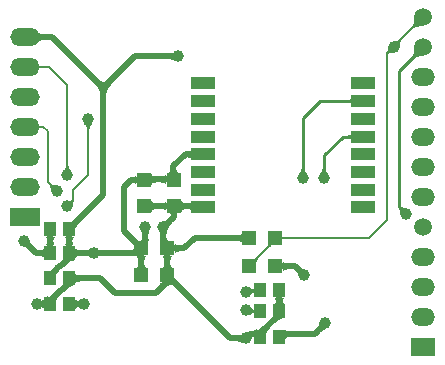
<source format=gbl>
G04 Layer_Physical_Order=2*
G04 Layer_Color=16711680*
%FSLAX43Y43*%
%MOMM*%
G71*
G01*
G75*
%ADD12R,1.000X1.300*%
%ADD16R,1.250X1.300*%
%ADD17C,0.254*%
%ADD18C,0.200*%
%ADD19C,0.300*%
%ADD20C,0.500*%
%ADD21C,1.500*%
%ADD22O,2.000X1.500*%
%ADD23R,2.000X1.500*%
%ADD24O,2.500X1.500*%
%ADD25R,2.500X1.500*%
%ADD26C,1.000*%
%ADD27R,2.000X1.000*%
%ADD28R,1.300X1.250*%
G36*
X3148Y8771D02*
X3143Y8818D01*
X3128Y8861D01*
X3103Y8899D01*
X3068Y8931D01*
X3023Y8958D01*
X2968Y8981D01*
X2903Y8998D01*
X2828Y9011D01*
X2743Y9019D01*
X2648Y9021D01*
Y9521D01*
X2743Y9524D01*
X2828Y9531D01*
X2903Y9543D01*
X2968Y9561D01*
X3023Y9583D01*
X3068Y9611D01*
X3103Y9644D01*
X3128Y9681D01*
X3143Y9724D01*
X3148Y9771D01*
Y8771D01*
D02*
G37*
G36*
X21253Y8750D02*
X21215Y8710D01*
X21154Y8638D01*
X21132Y8606D01*
X21115Y8576D01*
X21104Y8549D01*
X21098Y8525D01*
X21097Y8503D01*
X21102Y8484D01*
X21112Y8467D01*
X20854Y8775D01*
X20869Y8763D01*
X20886Y8756D01*
X20907Y8755D01*
X20930Y8761D01*
X20957Y8772D01*
X20987Y8789D01*
X21020Y8812D01*
X21056Y8841D01*
X21137Y8916D01*
X21253Y8750D01*
D02*
G37*
G36*
X7009Y8921D02*
X6988Y8940D01*
X6963Y8957D01*
X6934Y8972D01*
X6902Y8985D01*
X6866Y8996D01*
X6827Y9005D01*
X6784Y9012D01*
X6737Y9017D01*
X6633Y9021D01*
Y9521D01*
X6687Y9522D01*
X6784Y9530D01*
X6827Y9537D01*
X6866Y9546D01*
X6902Y9557D01*
X6934Y9570D01*
X6963Y9585D01*
X6988Y9602D01*
X7009Y9621D01*
Y8921D01*
D02*
G37*
G36*
X5744Y9724D02*
X5759Y9681D01*
X5784Y9644D01*
X5819Y9611D01*
X5865Y9583D01*
X5920Y9561D01*
X5985Y9543D01*
X6061Y9531D01*
X6146Y9524D01*
X6242Y9521D01*
Y9021D01*
X6146Y9019D01*
X6061Y9011D01*
X5985Y8998D01*
X5920Y8981D01*
X5865Y8958D01*
X5819Y8931D01*
X5784Y8899D01*
X5759Y8861D01*
X5744Y8818D01*
X5739Y8771D01*
Y9771D01*
X5744Y9724D01*
D02*
G37*
G36*
X11799Y9003D02*
X11756Y8988D01*
X11719Y8963D01*
X11686Y8928D01*
X11658Y8882D01*
X11636Y8827D01*
X11618Y8762D01*
X11606Y8686D01*
X11599Y8601D01*
X11596Y8509D01*
X11599Y8417D01*
X11606Y8332D01*
X11618Y8256D01*
X11636Y8191D01*
X11658Y8136D01*
X11686Y8090D01*
X11719Y8055D01*
X11756Y8030D01*
X11799Y8015D01*
X11846Y8010D01*
X10846D01*
X10894Y8015D01*
X10936Y8030D01*
X10974Y8055D01*
X11006Y8090D01*
X11033Y8136D01*
X11056Y8191D01*
X11073Y8256D01*
X11086Y8332D01*
X11094Y8417D01*
X11096Y8509D01*
X11094Y8601D01*
X11086Y8686D01*
X11073Y8762D01*
X11056Y8827D01*
X11033Y8882D01*
X11006Y8928D01*
X10974Y8963D01*
X10936Y8988D01*
X10894Y9003D01*
X10846Y9008D01*
X11846D01*
X11799Y9003D01*
D02*
G37*
G36*
X23317Y8580D02*
X23332Y8538D01*
X23357Y8500D01*
X23392Y8468D01*
X23437Y8441D01*
X23492Y8418D01*
X23557Y8401D01*
X23632Y8388D01*
X23717Y8380D01*
X23812Y8378D01*
Y7878D01*
X23717Y7876D01*
X23632Y7868D01*
X23557Y7856D01*
X23492Y7838D01*
X23437Y7815D01*
X23392Y7788D01*
X23357Y7755D01*
X23332Y7718D01*
X23317Y7675D01*
X23312Y7628D01*
Y8628D01*
X23317Y8580D01*
D02*
G37*
G36*
X5648Y8627D02*
X5601Y8646D01*
X5548Y8654D01*
X5491Y8648D01*
X5428Y8631D01*
X5360Y8602D01*
X5286Y8560D01*
X5208Y8506D01*
X5124Y8440D01*
X5035Y8361D01*
X4941Y8271D01*
X4406Y8443D01*
X4512Y8552D01*
X4676Y8744D01*
X4734Y8827D01*
X4777Y8901D01*
X4803Y8966D01*
X4814Y9022D01*
X4809Y9070D01*
X4788Y9108D01*
X4751Y9138D01*
X5648Y8627D01*
D02*
G37*
G36*
X13998Y9003D02*
X13956Y8988D01*
X13918Y8963D01*
X13886Y8928D01*
X13858Y8882D01*
X13836Y8827D01*
X13818Y8762D01*
X13806Y8686D01*
X13799Y8601D01*
X13796Y8509D01*
X13799Y8417D01*
X13806Y8332D01*
X13818Y8256D01*
X13836Y8191D01*
X13858Y8136D01*
X13886Y8090D01*
X13918Y8055D01*
X13956Y8030D01*
X13998Y8015D01*
X14046Y8010D01*
X13046D01*
X13094Y8015D01*
X13136Y8030D01*
X13174Y8055D01*
X13206Y8090D01*
X13233Y8136D01*
X13256Y8191D01*
X13274Y8256D01*
X13286Y8332D01*
X13293Y8417D01*
X13296Y8509D01*
X13293Y8601D01*
X13286Y8686D01*
X13274Y8762D01*
X13256Y8827D01*
X13233Y8882D01*
X13206Y8928D01*
X13174Y8963D01*
X13136Y8988D01*
X13094Y9003D01*
X13046Y9008D01*
X14046D01*
X13998Y9003D01*
D02*
G37*
G36*
X4095Y10651D02*
X4053Y10636D01*
X4016Y10611D01*
X3984Y10576D01*
X3957Y10531D01*
X3935Y10476D01*
X3917Y10411D01*
X3905Y10336D01*
X3901Y10287D01*
X3905Y10238D01*
X3917Y10163D01*
X3935Y10098D01*
X3957Y10043D01*
X3984Y9998D01*
X4016Y9963D01*
X4053Y9938D01*
X4095Y9923D01*
X4142Y9918D01*
X3148D01*
X3195Y9923D01*
X3237Y9938D01*
X3274Y9963D01*
X3306Y9998D01*
X3333Y10043D01*
X3355Y10098D01*
X3373Y10163D01*
X3385Y10238D01*
X3389Y10287D01*
X3385Y10336D01*
X3373Y10411D01*
X3355Y10476D01*
X3333Y10531D01*
X3306Y10576D01*
X3274Y10611D01*
X3237Y10636D01*
X3195Y10651D01*
X3148Y10656D01*
X4142D01*
X4095Y10651D01*
D02*
G37*
G36*
X22511Y9895D02*
X22483Y9891D01*
X22455Y9884D01*
X22427Y9874D01*
X22399Y9861D01*
X22370Y9845D01*
X22342Y9826D01*
X22313Y9804D01*
X22285Y9780D01*
X22256Y9753D01*
X21973D01*
X21991Y9771D01*
X22034Y9821D01*
X22044Y9835D01*
X22053Y9849D01*
X22060Y9862D01*
X22064Y9873D01*
X22067Y9884D01*
X22068Y9894D01*
X22539Y9897D01*
X22511Y9895D01*
D02*
G37*
G36*
X19871Y10041D02*
X19866Y10089D01*
X19851Y10131D01*
X19826Y10168D01*
X19791Y10201D01*
X19745Y10229D01*
X19690Y10251D01*
X19625Y10269D01*
X19549Y10281D01*
X19464Y10288D01*
X19368Y10291D01*
Y10791D01*
X19464Y10793D01*
X19549Y10801D01*
X19625Y10814D01*
X19690Y10831D01*
X19745Y10854D01*
X19791Y10881D01*
X19826Y10913D01*
X19851Y10951D01*
X19866Y10993D01*
X19871Y11041D01*
Y10041D01*
D02*
G37*
G36*
X5695Y10651D02*
X5653Y10636D01*
X5616Y10611D01*
X5584Y10576D01*
X5557Y10531D01*
X5535Y10476D01*
X5517Y10411D01*
X5505Y10336D01*
X5501Y10287D01*
X5505Y10238D01*
X5517Y10163D01*
X5535Y10098D01*
X5557Y10043D01*
X5584Y9998D01*
X5616Y9963D01*
X5653Y9938D01*
X5695Y9923D01*
X5742Y9918D01*
X4748D01*
X4795Y9923D01*
X4837Y9938D01*
X4874Y9963D01*
X4906Y9998D01*
X4933Y10043D01*
X4955Y10098D01*
X4973Y10163D01*
X4985Y10238D01*
X4989Y10287D01*
X4985Y10336D01*
X4973Y10411D01*
X4955Y10476D01*
X4933Y10531D01*
X4906Y10576D01*
X4874Y10611D01*
X4837Y10636D01*
X4795Y10651D01*
X4748Y10656D01*
X5742D01*
X5695Y10651D01*
D02*
G37*
G36*
X10724Y9005D02*
X10719Y9008D01*
X10704Y9011D01*
X10679Y9013D01*
X10544Y9018D01*
X10224Y9021D01*
Y9521D01*
X10319Y9524D01*
X10404Y9531D01*
X10479Y9543D01*
X10544Y9561D01*
X10599Y9583D01*
X10644Y9611D01*
X10679Y9644D01*
X10704Y9681D01*
X10719Y9724D01*
X10724Y9771D01*
Y9005D01*
D02*
G37*
G36*
X7744Y9602D02*
X7769Y9585D01*
X7798Y9570D01*
X7830Y9557D01*
X7866Y9546D01*
X7905Y9537D01*
X7948Y9530D01*
X7995Y9525D01*
X8099Y9521D01*
Y9021D01*
X8045Y9020D01*
X7948Y9012D01*
X7905Y9005D01*
X7866Y8996D01*
X7830Y8985D01*
X7798Y8972D01*
X7769Y8957D01*
X7744Y8940D01*
X7723Y8921D01*
Y9621D01*
X7744Y9602D01*
D02*
G37*
G36*
X1899Y10253D02*
X1904Y10224D01*
X1914Y10193D01*
X1928Y10161D01*
X1945Y10128D01*
X1967Y10094D01*
X1992Y10058D01*
X2021Y10022D01*
X2092Y9945D01*
X1739Y9592D01*
X1700Y9629D01*
X1626Y9692D01*
X1590Y9717D01*
X1556Y9739D01*
X1523Y9756D01*
X1491Y9770D01*
X1460Y9780D01*
X1431Y9785D01*
X1402Y9787D01*
X1897Y10282D01*
X1899Y10253D01*
D02*
G37*
G36*
X14170Y10104D02*
X14185Y10062D01*
X14210Y10024D01*
X14245Y9992D01*
X14291Y9965D01*
X14346Y9942D01*
X14411Y9925D01*
X14487Y9912D01*
X14572Y9905D01*
X14668Y9902D01*
Y9402D01*
X14572Y9399D01*
X14487Y9392D01*
X14411Y9380D01*
X14346Y9362D01*
X14291Y9340D01*
X14245Y9312D01*
X14210Y9280D01*
X14185Y9242D01*
X14170Y9200D01*
X14165Y9152D01*
Y10152D01*
X14170Y10104D01*
D02*
G37*
G36*
X23348Y3674D02*
X23304Y3697D01*
X23255Y3707D01*
X23199Y3704D01*
X23137Y3688D01*
X23069Y3659D01*
X22996Y3616D01*
X22916Y3561D01*
X22830Y3493D01*
X22739Y3412D01*
X22641Y3318D01*
X22174Y3558D01*
X22279Y3666D01*
X22442Y3857D01*
X22500Y3940D01*
X22544Y4015D01*
X22572Y4082D01*
X22584Y4140D01*
X22582Y4190D01*
X22564Y4232D01*
X22531Y4265D01*
X23348Y3674D01*
D02*
G37*
G36*
X22276Y2952D02*
X22170Y2843D01*
X22005Y2650D01*
X21946Y2566D01*
X21902Y2491D01*
X21874Y2425D01*
X21862Y2367D01*
X21865Y2318D01*
X21884Y2277D01*
X21919Y2245D01*
X21069Y2803D01*
X21114Y2781D01*
X21165Y2773D01*
X21221Y2777D01*
X21283Y2793D01*
X21351Y2823D01*
X21425Y2865D01*
X21504Y2919D01*
X21589Y2987D01*
X21679Y3067D01*
X21776Y3159D01*
X22276Y2952D01*
D02*
G37*
G36*
X5744Y5405D02*
X5759Y5363D01*
X5784Y5326D01*
X5819Y5293D01*
X5865Y5266D01*
X5920Y5243D01*
X5976Y5228D01*
X5977Y5228D01*
X6013Y5239D01*
X6045Y5252D01*
X6074Y5267D01*
X6099Y5284D01*
X6120Y5303D01*
Y5208D01*
X6146Y5206D01*
X6242Y5203D01*
Y4703D01*
X6146Y4701D01*
X6120Y4698D01*
Y4603D01*
X6099Y4622D01*
X6074Y4639D01*
X6045Y4654D01*
X6013Y4667D01*
X5977Y4678D01*
X5976Y4678D01*
X5920Y4663D01*
X5865Y4641D01*
X5819Y4613D01*
X5784Y4581D01*
X5759Y4543D01*
X5744Y4501D01*
X5739Y4453D01*
Y5453D01*
X5744Y5405D01*
D02*
G37*
G36*
X20659Y4641D02*
X20692Y4594D01*
X20726Y4553D01*
X20761Y4517D01*
X20797Y4487D01*
X20834Y4462D01*
X20872Y4443D01*
X20875Y4442D01*
X20878Y4443D01*
X20896Y4454D01*
X20910Y4467D01*
X20920Y4482D01*
X20926Y4499D01*
X20928Y4518D01*
Y4425D01*
X20951Y4421D01*
X20992Y4418D01*
X20938Y4218D01*
X20928Y4217D01*
Y4118D01*
X20926Y4137D01*
X20920Y4154D01*
X20910Y4169D01*
X20896Y4182D01*
X20878Y4193D01*
X20856Y4202D01*
X20848Y4204D01*
X20831Y4200D01*
X20788Y4186D01*
X20741Y4167D01*
X20636Y4119D01*
X20515Y4054D01*
X20449Y4016D01*
X20627Y4693D01*
X20659Y4641D01*
D02*
G37*
G36*
X23527Y2779D02*
X23542Y2754D01*
X23567Y2733D01*
X23602Y2714D01*
X23647Y2699D01*
X23702Y2686D01*
X23767Y2676D01*
X23842Y2669D01*
X24022Y2663D01*
Y2163D01*
X23927Y2161D01*
X23841Y2153D01*
X23766Y2141D01*
X23700Y2123D01*
X23645Y2101D01*
X23600Y2073D01*
X23565Y2040D01*
X23539Y2003D01*
X23524Y1961D01*
X23519Y1913D01*
X23522Y2806D01*
X23527Y2779D01*
D02*
G37*
G36*
X19836Y1682D02*
X19815Y1701D01*
X19790Y1718D01*
X19761Y1733D01*
X19729Y1746D01*
X19693Y1757D01*
X19654Y1766D01*
X19611Y1773D01*
X19564Y1778D01*
X19460Y1782D01*
Y2282D01*
X19514Y2283D01*
X19611Y2291D01*
X19654Y2298D01*
X19693Y2307D01*
X19729Y2318D01*
X19761Y2331D01*
X19790Y2346D01*
X19815Y2363D01*
X19836Y2382D01*
Y1682D01*
D02*
G37*
G36*
X26919Y2802D02*
X26890Y2800D01*
X26861Y2795D01*
X26830Y2785D01*
X26798Y2771D01*
X26765Y2754D01*
X26731Y2732D01*
X26695Y2707D01*
X26659Y2678D01*
X26582Y2607D01*
X26229Y2960D01*
X26266Y2999D01*
X26329Y3073D01*
X26354Y3109D01*
X26376Y3143D01*
X26393Y3176D01*
X26407Y3208D01*
X26417Y3239D01*
X26422Y3268D01*
X26424Y3297D01*
X26919Y2802D01*
D02*
G37*
G36*
X20928Y2059D02*
X20925Y2079D01*
X20914Y2096D01*
X20896Y2112D01*
X20871Y2126D01*
X20840Y2137D01*
X20801Y2146D01*
X20755Y2154D01*
X20701Y2159D01*
X20574Y2163D01*
Y2663D01*
X20641Y2664D01*
X20755Y2672D01*
X20801Y2680D01*
X20840Y2689D01*
X20871Y2700D01*
X20896Y2714D01*
X20914Y2730D01*
X20925Y2747D01*
X20928Y2767D01*
Y2059D01*
D02*
G37*
G36*
X5648Y6468D02*
X5601Y6487D01*
X5548Y6495D01*
X5491Y6489D01*
X5428Y6472D01*
X5360Y6443D01*
X5286Y6401D01*
X5208Y6347D01*
X5124Y6281D01*
X5035Y6202D01*
X4941Y6111D01*
X4406Y6284D01*
X4512Y6393D01*
X4676Y6585D01*
X4734Y6668D01*
X4777Y6742D01*
X4803Y6807D01*
X4814Y6863D01*
X4809Y6911D01*
X4788Y6949D01*
X4751Y6979D01*
X5648Y6468D01*
D02*
G37*
G36*
X14138Y7411D02*
X14125Y7365D01*
X14126Y7311D01*
X14141Y7251D01*
X14170Y7184D01*
X14212Y7109D01*
X14269Y7028D01*
X14339Y6941D01*
X14522Y6744D01*
X14193Y6365D01*
X14089Y6466D01*
X13903Y6624D01*
X13870Y6647D01*
X13847Y6636D01*
X13760Y6588D01*
X13670Y6530D01*
X13576Y6460D01*
X13378Y6290D01*
X13273Y6189D01*
X12743Y6365D01*
X12777Y6402D01*
X12808Y6438D01*
X12835Y6473D01*
X12859Y6509D01*
X12879Y6544D01*
X12895Y6580D01*
X12908Y6615D01*
X12917Y6650D01*
X12922Y6684D01*
X12924Y6719D01*
X13752Y6721D01*
X13747Y6724D01*
X13680Y6752D01*
X13620Y6766D01*
X13568Y6766D01*
X13523Y6751D01*
X13486Y6722D01*
X14165Y7451D01*
X14138Y7411D01*
D02*
G37*
G36*
X24843Y8024D02*
X24917Y7961D01*
X24953Y7936D01*
X24987Y7914D01*
X25020Y7897D01*
X25052Y7883D01*
X25083Y7873D01*
X25112Y7868D01*
X25141Y7866D01*
X24646Y7371D01*
X24644Y7400D01*
X24639Y7429D01*
X24629Y7460D01*
X24615Y7492D01*
X24598Y7525D01*
X24576Y7559D01*
X24551Y7595D01*
X24522Y7631D01*
X24451Y7708D01*
X24804Y8061D01*
X24843Y8024D01*
D02*
G37*
G36*
X5747Y7564D02*
X5762Y7522D01*
X5787Y7484D01*
X5822Y7452D01*
X5867Y7424D01*
X5922Y7402D01*
X5987Y7385D01*
X6062Y7372D01*
X6147Y7365D01*
X6242Y7362D01*
Y6862D01*
X6147Y6859D01*
X6062Y6852D01*
X5987Y6839D01*
X5922Y6822D01*
X5867Y6799D01*
X5822Y6772D01*
X5787Y6740D01*
X5762Y6702D01*
X5747Y6660D01*
X5742Y6612D01*
Y7612D01*
X5747Y7564D01*
D02*
G37*
G36*
X3148Y5209D02*
X3169Y5207D01*
X3273Y5203D01*
Y4703D01*
X3219Y4702D01*
X3148Y4696D01*
Y4453D01*
X3143Y4501D01*
X3128Y4543D01*
X3103Y4581D01*
X3068Y4613D01*
X3023Y4641D01*
X2981Y4658D01*
X2972Y4654D01*
X2943Y4639D01*
X2918Y4622D01*
X2897Y4603D01*
Y4681D01*
X2828Y4693D01*
X2743Y4701D01*
X2648Y4703D01*
Y5203D01*
X2743Y5206D01*
X2828Y5213D01*
X2897Y5225D01*
Y5303D01*
X2918Y5284D01*
X2943Y5267D01*
X2972Y5252D01*
X2981Y5248D01*
X3023Y5266D01*
X3068Y5293D01*
X3103Y5326D01*
X3128Y5363D01*
X3143Y5405D01*
X3148Y5453D01*
Y5209D01*
D02*
G37*
G36*
X23275Y5449D02*
X23522D01*
X23475Y5444D01*
X23433Y5429D01*
X23396Y5404D01*
X23364Y5369D01*
X23337Y5324D01*
X23315Y5269D01*
X23298Y5207D01*
X23315Y5145D01*
X23337Y5090D01*
X23364Y5045D01*
X23396Y5010D01*
X23433Y4985D01*
X23475Y4970D01*
X23522Y4965D01*
X23275D01*
X23275Y4949D01*
X22775D01*
X22775Y4965D01*
X22528D01*
X22575Y4970D01*
X22617Y4985D01*
X22654Y5010D01*
X22686Y5045D01*
X22713Y5090D01*
X22735Y5145D01*
X22752Y5207D01*
X22735Y5269D01*
X22713Y5324D01*
X22686Y5369D01*
X22654Y5404D01*
X22617Y5429D01*
X22575Y5444D01*
X22528Y5449D01*
X22775D01*
X22775Y5465D01*
X23275D01*
X23275Y5449D01*
D02*
G37*
G36*
X20515Y6360D02*
X20741Y6247D01*
X20788Y6228D01*
X20831Y6214D01*
X20848Y6210D01*
X20856Y6212D01*
X20878Y6221D01*
X20896Y6232D01*
X20910Y6245D01*
X20920Y6260D01*
X20926Y6277D01*
X20928Y6296D01*
Y6197D01*
X20938Y6196D01*
X20992Y5996D01*
X20951Y5993D01*
X20928Y5989D01*
Y5896D01*
X20926Y5915D01*
X20920Y5932D01*
X20910Y5947D01*
X20896Y5960D01*
X20878Y5971D01*
X20875Y5972D01*
X20872Y5971D01*
X20834Y5952D01*
X20797Y5927D01*
X20761Y5897D01*
X20726Y5861D01*
X20692Y5820D01*
X20659Y5773D01*
X20627Y5721D01*
X20449Y6398D01*
X20515Y6360D01*
D02*
G37*
G36*
X4496Y5713D02*
X4391Y5605D01*
X4228Y5414D01*
X4170Y5331D01*
X4126Y5256D01*
X4098Y5189D01*
X4086Y5131D01*
X4088Y5081D01*
X4106Y5039D01*
X4139Y5006D01*
X3322Y5597D01*
X3366Y5574D01*
X3415Y5564D01*
X3471Y5567D01*
X3533Y5583D01*
X3601Y5612D01*
X3674Y5655D01*
X3754Y5710D01*
X3840Y5778D01*
X3931Y5859D01*
X4029Y5953D01*
X4496Y5713D01*
D02*
G37*
G36*
X2743Y20119D02*
X2750Y20102D01*
X2761Y20088D01*
X2777Y20075D01*
X2797Y20064D01*
X2822Y20055D01*
X2851Y20048D01*
X2884Y20043D01*
X2922Y20040D01*
X2965Y20039D01*
Y19839D01*
X2922Y19838D01*
X2884Y19835D01*
X2851Y19830D01*
X2822Y19823D01*
X2797Y19814D01*
X2777Y19803D01*
X2761Y19790D01*
X2750Y19776D01*
X2743Y19759D01*
X2741Y19740D01*
Y20138D01*
X2743Y20119D01*
D02*
G37*
G36*
X29105Y18868D02*
X29103Y18892D01*
X29095Y18914D01*
X29082Y18933D01*
X29064Y18949D01*
X29041Y18963D01*
X29013Y18975D01*
X28979Y18984D01*
X28941Y18990D01*
X28897Y18994D01*
X28848Y18995D01*
Y19249D01*
X28897Y19250D01*
X28941Y19254D01*
X28979Y19260D01*
X29013Y19269D01*
X29041Y19281D01*
X29064Y19295D01*
X29082Y19311D01*
X29095Y19330D01*
X29103Y19352D01*
X29105Y19376D01*
Y18868D01*
D02*
G37*
G36*
Y21868D02*
X29103Y21892D01*
X29095Y21914D01*
X29082Y21933D01*
X29064Y21949D01*
X29041Y21963D01*
X29013Y21975D01*
X28979Y21984D01*
X28941Y21990D01*
X28897Y21994D01*
X28848Y21995D01*
Y22249D01*
X28897Y22250D01*
X28941Y22254D01*
X28979Y22260D01*
X29013Y22269D01*
X29041Y22281D01*
X29064Y22295D01*
X29082Y22311D01*
X29095Y22330D01*
X29103Y22352D01*
X29105Y22376D01*
Y21868D01*
D02*
G37*
G36*
X7161Y20168D02*
X7081Y20075D01*
X7048Y20030D01*
X7021Y19986D01*
X6998Y19943D01*
X6981Y19902D01*
X6968Y19861D01*
X6960Y19822D01*
X6958Y19784D01*
X6758D01*
X6755Y19822D01*
X6748Y19861D01*
X6735Y19902D01*
X6718Y19943D01*
X6695Y19986D01*
X6668Y20030D01*
X6635Y20075D01*
X6598Y20121D01*
X6508Y20217D01*
X7208D01*
X7161Y20168D01*
D02*
G37*
G36*
X14307Y16477D02*
X14314Y16392D01*
X14326Y16316D01*
X14344Y16251D01*
X14366Y16196D01*
X14394Y16150D01*
X14427Y16115D01*
X14464Y16090D01*
X14507Y16075D01*
X14554Y16070D01*
X13554D01*
X13601Y16075D01*
X13644Y16090D01*
X13682Y16115D01*
X13714Y16150D01*
X13741Y16196D01*
X13764Y16251D01*
X13781Y16316D01*
X13794Y16392D01*
X13802Y16477D01*
X13804Y16573D01*
X14304D01*
X14307Y16477D01*
D02*
G37*
G36*
X26926Y16363D02*
X26933Y16321D01*
X26944Y16279D01*
X26960Y16237D01*
X26980Y16194D01*
X27004Y16151D01*
X27033Y16108D01*
X27067Y16065D01*
X27105Y16022D01*
X27147Y15978D01*
X26447D01*
X26489Y16022D01*
X26527Y16065D01*
X26561Y16108D01*
X26590Y16151D01*
X26614Y16194D01*
X26634Y16237D01*
X26650Y16279D01*
X26661Y16321D01*
X26668Y16363D01*
X26670Y16405D01*
X26924D01*
X26926Y16363D01*
D02*
G37*
G36*
X15602Y17125D02*
X15597Y17172D01*
X15582Y17214D01*
X15557Y17251D01*
X15522Y17283D01*
X15477Y17310D01*
X15422Y17332D01*
X15357Y17350D01*
X15282Y17362D01*
X15197Y17370D01*
X15102Y17372D01*
Y17872D01*
X15197Y17874D01*
X15282Y17882D01*
X15357Y17894D01*
X15422Y17912D01*
X15477Y17934D01*
X15522Y17961D01*
X15557Y17993D01*
X15582Y18030D01*
X15597Y18072D01*
X15602Y18119D01*
Y17125D01*
D02*
G37*
G36*
X5182Y16627D02*
X5190Y16587D01*
X5202Y16547D01*
X5220Y16506D01*
X5242Y16463D01*
X5270Y16419D01*
X5302Y16374D01*
X5340Y16328D01*
X5430Y16232D01*
X4730D01*
X4778Y16281D01*
X4858Y16374D01*
X4890Y16419D01*
X4918Y16463D01*
X4940Y16506D01*
X4957Y16547D01*
X4970Y16587D01*
X4977Y16627D01*
X4980Y16665D01*
X5180D01*
X5182Y16627D01*
D02*
G37*
G36*
X33339Y27228D02*
X33312Y27198D01*
X33290Y27164D01*
X33271Y27126D01*
X33257Y27085D01*
X33247Y27041D01*
X33240Y26993D01*
X33238Y26941D01*
X33240Y26886D01*
X33247Y26827D01*
X33257Y26765D01*
X32677Y26759D01*
X32681Y27163D01*
X32753Y27176D01*
X32939Y27223D01*
X32990Y27240D01*
X33037Y27259D01*
X33078Y27278D01*
X33114Y27299D01*
X33145Y27321D01*
X33171Y27343D01*
X33339Y27228D01*
D02*
G37*
G36*
X32671Y26179D02*
X32609Y26189D01*
X32550Y26196D01*
X32495Y26198D01*
X32443Y26196D01*
X32395Y26189D01*
X32351Y26179D01*
X32310Y26165D01*
X32272Y26146D01*
X32238Y26124D01*
X32208Y26097D01*
X32093Y26265D01*
X32115Y26291D01*
X32137Y26322D01*
X32158Y26358D01*
X32177Y26399D01*
X32196Y26446D01*
X32213Y26497D01*
X32260Y26683D01*
X32273Y26755D01*
X32677Y26759D01*
X32671Y26179D01*
D02*
G37*
G36*
X35172Y28460D02*
X35057Y28459D01*
X34853Y28448D01*
X34763Y28437D01*
X34683Y28422D01*
X34610Y28404D01*
X34546Y28382D01*
X34491Y28357D01*
X34444Y28328D01*
X34406Y28295D01*
X34264Y28437D01*
X34297Y28475D01*
X34326Y28522D01*
X34351Y28577D01*
X34373Y28641D01*
X34391Y28714D01*
X34406Y28794D01*
X34417Y28884D01*
X34428Y29088D01*
X34429Y29202D01*
X35172Y28460D01*
D02*
G37*
G36*
X2584Y28010D02*
X2604Y27968D01*
X2636Y27931D01*
X2682Y27898D01*
X2740Y27871D01*
X2812Y27849D01*
X2897Y27831D01*
X2994Y27819D01*
X3105Y27811D01*
X3229Y27809D01*
Y27309D01*
X3105Y27307D01*
X2897Y27287D01*
X2812Y27269D01*
X2740Y27247D01*
X2682Y27220D01*
X2636Y27187D01*
X2604Y27150D01*
X2584Y27108D01*
X2578Y27061D01*
Y28057D01*
X2584Y28010D01*
D02*
G37*
G36*
X2743Y25199D02*
X2750Y25182D01*
X2761Y25168D01*
X2777Y25155D01*
X2797Y25144D01*
X2822Y25135D01*
X2851Y25128D01*
X2884Y25123D01*
X2922Y25120D01*
X2965Y25119D01*
Y24919D01*
X2922Y24918D01*
X2884Y24915D01*
X2851Y24910D01*
X2822Y24903D01*
X2797Y24894D01*
X2777Y24883D01*
X2761Y24870D01*
X2750Y24856D01*
X2743Y24839D01*
X2741Y24820D01*
Y25218D01*
X2743Y25199D01*
D02*
G37*
G36*
X8732Y23491D02*
X8664Y23419D01*
X8604Y23344D01*
X8551Y23266D01*
X8505Y23185D01*
X8466Y23101D01*
X8435Y23014D01*
X8410Y22924D01*
X8392Y22832D01*
X8382Y22736D01*
X8378Y22637D01*
X7878D01*
X7874Y22736D01*
X7864Y22832D01*
X7846Y22924D01*
X7821Y23014D01*
X7790Y23101D01*
X7751Y23185D01*
X7705Y23266D01*
X7652Y23344D01*
X7592Y23419D01*
X7524Y23491D01*
X7774Y23948D01*
X7845Y23884D01*
X7916Y23835D01*
X7987Y23800D01*
X8057Y23778D01*
X8128Y23771D01*
X8199Y23778D01*
X8269Y23800D01*
X8340Y23835D01*
X8411Y23884D01*
X8482Y23948D01*
X8732Y23491D01*
D02*
G37*
G36*
X35172Y25920D02*
X35064Y25919D01*
X34871Y25906D01*
X34785Y25894D01*
X34707Y25878D01*
X34636Y25858D01*
X34573Y25834D01*
X34517Y25806D01*
X34469Y25775D01*
X34428Y25739D01*
X34248Y25919D01*
X34284Y25960D01*
X34315Y26008D01*
X34343Y26064D01*
X34367Y26127D01*
X34387Y26198D01*
X34403Y26276D01*
X34415Y26362D01*
X34428Y26555D01*
X34429Y26663D01*
X35172Y25920D01*
D02*
G37*
G36*
X14121Y25558D02*
X14100Y25577D01*
X14075Y25594D01*
X14046Y25609D01*
X14014Y25622D01*
X13978Y25633D01*
X13939Y25642D01*
X13896Y25649D01*
X13849Y25654D01*
X13745Y25658D01*
Y26158D01*
X13799Y26159D01*
X13896Y26167D01*
X13939Y26174D01*
X13978Y26183D01*
X14014Y26194D01*
X14046Y26207D01*
X14075Y26222D01*
X14100Y26239D01*
X14121Y26258D01*
Y25558D01*
D02*
G37*
G36*
X14396Y12626D02*
X14385Y12617D01*
X14376Y12601D01*
X14369Y12579D01*
X14362Y12552D01*
X14357Y12517D01*
X14352Y12477D01*
X14348Y12378D01*
X14347Y12319D01*
X13847D01*
X13846Y12378D01*
X13837Y12517D01*
X13832Y12552D01*
X13825Y12579D01*
X13818Y12601D01*
X13809Y12617D01*
X13798Y12626D01*
X13787Y12629D01*
X14407D01*
X14396Y12626D01*
D02*
G37*
G36*
X6095Y11800D02*
X6003Y11704D01*
X5856Y11529D01*
X5801Y11449D01*
X5759Y11376D01*
X5730Y11308D01*
X5713Y11246D01*
X5709Y11189D01*
X5718Y11138D01*
X5739Y11093D01*
X5185Y11947D01*
X5217Y11912D01*
X5257Y11893D01*
X5306Y11890D01*
X5364Y11902D01*
X5431Y11930D01*
X5506Y11973D01*
X5589Y12032D01*
X5682Y12107D01*
X5892Y12304D01*
X6095Y11800D01*
D02*
G37*
G36*
X12206Y13703D02*
X12221Y13661D01*
X12246Y13623D01*
X12281Y13591D01*
X12327Y13564D01*
X12382Y13541D01*
X12447Y13524D01*
X12523Y13511D01*
X12608Y13503D01*
X12704Y13501D01*
Y13001D01*
X12608Y12998D01*
X12523Y12991D01*
X12447Y12979D01*
X12382Y12961D01*
X12327Y12939D01*
X12281Y12911D01*
X12246Y12878D01*
X12221Y12841D01*
X12206Y12799D01*
X12201Y12751D01*
Y13751D01*
X12206Y13703D01*
D02*
G37*
G36*
X33349Y13189D02*
X33383Y13164D01*
X33421Y13142D01*
X33462Y13123D01*
X33506Y13107D01*
X33554Y13094D01*
X33605Y13085D01*
X33659Y13078D01*
X33716Y13074D01*
X33777Y13073D01*
X33282Y12578D01*
X33281Y12639D01*
X33277Y12696D01*
X33270Y12750D01*
X33261Y12801D01*
X33248Y12849D01*
X33232Y12893D01*
X33213Y12934D01*
X33191Y12972D01*
X33166Y13006D01*
X33138Y13037D01*
X33318Y13217D01*
X33349Y13189D01*
D02*
G37*
G36*
X13539Y11052D02*
X13522Y11027D01*
X13507Y10998D01*
X13494Y10966D01*
X13483Y10930D01*
X13474Y10891D01*
X13467Y10848D01*
X13462Y10801D01*
X13460Y10738D01*
X13460Y10704D01*
X13468Y10618D01*
X13481Y10543D01*
X13498Y10477D01*
X13521Y10422D01*
X13548Y10377D01*
X13580Y10342D01*
X13618Y10316D01*
X13660Y10301D01*
X13708Y10296D01*
X12924Y10299D01*
X12931Y10304D01*
X12936Y10319D01*
X12941Y10344D01*
X12946Y10379D01*
X12953Y10479D01*
X12957Y10746D01*
X12957Y10751D01*
X12949Y10848D01*
X12942Y10891D01*
X12933Y10930D01*
X12922Y10966D01*
X12909Y10998D01*
X12894Y11027D01*
X12877Y11052D01*
X12858Y11073D01*
X13558D01*
X13539Y11052D01*
D02*
G37*
G36*
X12015D02*
X11998Y11027D01*
X11983Y10998D01*
X11970Y10966D01*
X11959Y10930D01*
X11950Y10891D01*
X11943Y10848D01*
X11938Y10801D01*
X11934Y10706D01*
X11934Y10704D01*
X11962Y10304D01*
X11968Y10299D01*
X11404Y10297D01*
X10724Y9567D01*
X10751Y9607D01*
X10764Y9654D01*
X10764Y9707D01*
X10749Y9768D01*
X10721Y9835D01*
X10679Y9909D01*
X10622Y9990D01*
X10552Y10078D01*
X10370Y10274D01*
X10699Y10653D01*
X10803Y10552D01*
X10988Y10395D01*
X11070Y10338D01*
X11144Y10296D01*
X11211Y10268D01*
X11271Y10254D01*
X11323Y10255D01*
X11368Y10270D01*
X11403Y10297D01*
X11184Y10296D01*
X11231Y10301D01*
X11274Y10316D01*
X11311Y10342D01*
X11344Y10377D01*
X11372Y10422D01*
X11394Y10477D01*
X11411Y10543D01*
X11424Y10618D01*
X11432Y10704D01*
X11433Y10753D01*
X11425Y10848D01*
X11418Y10891D01*
X11409Y10930D01*
X11398Y10966D01*
X11385Y10998D01*
X11370Y11027D01*
X11353Y11052D01*
X11334Y11073D01*
X12034D01*
X12015Y11052D01*
D02*
G37*
G36*
X13903Y11772D02*
X13866Y11733D01*
X13803Y11659D01*
X13778Y11623D01*
X13756Y11589D01*
X13739Y11556D01*
X13725Y11524D01*
X13715Y11493D01*
X13710Y11464D01*
X13708Y11435D01*
X13213Y11930D01*
X13242Y11932D01*
X13271Y11937D01*
X13302Y11947D01*
X13334Y11961D01*
X13367Y11978D01*
X13401Y12000D01*
X13437Y12025D01*
X13473Y12054D01*
X13550Y12125D01*
X13903Y11772D01*
D02*
G37*
G36*
X23314Y10722D02*
X23320Y10705D01*
X23330Y10690D01*
X23344Y10677D01*
X23362Y10666D01*
X23384Y10657D01*
X23410Y10650D01*
X23440Y10645D01*
X23474Y10642D01*
X23512Y10641D01*
Y10441D01*
X23474Y10440D01*
X23440Y10437D01*
X23410Y10432D01*
X23384Y10425D01*
X23362Y10416D01*
X23344Y10405D01*
X23330Y10392D01*
X23320Y10377D01*
X23314Y10360D01*
X23312Y10341D01*
Y10741D01*
X23314Y10722D01*
D02*
G37*
G36*
X13453Y14994D02*
X13448Y15042D01*
X13433Y15084D01*
X13408Y15122D01*
X13373Y15154D01*
X13327Y15182D01*
X13272Y15204D01*
X13207Y15222D01*
X13131Y15234D01*
X13046Y15241D01*
X12950Y15244D01*
Y15744D01*
X13046Y15747D01*
X13131Y15754D01*
X13207Y15767D01*
X13272Y15784D01*
X13327Y15807D01*
X13373Y15834D01*
X13408Y15866D01*
X13433Y15904D01*
X13448Y15946D01*
X13453Y15994D01*
Y14994D01*
D02*
G37*
G36*
X12206Y15946D02*
X12221Y15904D01*
X12246Y15866D01*
X12281Y15834D01*
X12327Y15807D01*
X12382Y15784D01*
X12447Y15767D01*
X12523Y15754D01*
X12608Y15747D01*
X12704Y15744D01*
Y15244D01*
X12608Y15241D01*
X12523Y15234D01*
X12447Y15222D01*
X12382Y15204D01*
X12327Y15182D01*
X12281Y15154D01*
X12246Y15122D01*
X12221Y15084D01*
X12206Y15042D01*
X12201Y14994D01*
Y15994D01*
X12206Y15946D01*
D02*
G37*
G36*
X25148Y16363D02*
X25155Y16321D01*
X25166Y16279D01*
X25182Y16237D01*
X25202Y16194D01*
X25226Y16151D01*
X25255Y16108D01*
X25289Y16065D01*
X25327Y16022D01*
X25369Y15978D01*
X24669D01*
X24711Y16022D01*
X24749Y16065D01*
X24783Y16108D01*
X24812Y16151D01*
X24836Y16194D01*
X24856Y16237D01*
X24872Y16279D01*
X24883Y16321D01*
X24890Y16363D01*
X24892Y16405D01*
X25146D01*
X25148Y16363D01*
D02*
G37*
G36*
X10913Y15039D02*
X10909Y15070D01*
X10896Y15097D01*
X10876Y15122D01*
X10847Y15143D01*
X10809Y15160D01*
X10764Y15175D01*
X10710Y15186D01*
X10647Y15195D01*
X10577Y15199D01*
X10498Y15201D01*
Y15701D01*
X10577Y15703D01*
X10710Y15716D01*
X10764Y15727D01*
X10809Y15742D01*
X10847Y15759D01*
X10876Y15780D01*
X10896Y15805D01*
X10909Y15832D01*
X10913Y15863D01*
Y15039D01*
D02*
G37*
G36*
X14746Y13703D02*
X14761Y13661D01*
X14786Y13623D01*
X14821Y13591D01*
X14867Y13564D01*
X14922Y13541D01*
X14987Y13524D01*
X15063Y13511D01*
X15148Y13503D01*
X15198Y13502D01*
X15422Y13520D01*
X15477Y13530D01*
X15522Y13543D01*
X15557Y13559D01*
X15582Y13576D01*
X15597Y13597D01*
X15602Y13619D01*
X15605Y12751D01*
X15600Y12799D01*
X15585Y12841D01*
X15559Y12878D01*
X15524Y12911D01*
X15479Y12939D01*
X15424Y12961D01*
X15358Y12979D01*
X15283Y12991D01*
X15197Y12998D01*
X15173Y12999D01*
X15148Y12998D01*
X15063Y12991D01*
X14987Y12979D01*
X14922Y12961D01*
X14867Y12939D01*
X14821Y12911D01*
X14786Y12878D01*
X14761Y12841D01*
X14746Y12799D01*
X14741Y12751D01*
Y13751D01*
X14746Y13703D01*
D02*
G37*
G36*
X13453Y12751D02*
X13448Y12799D01*
X13433Y12841D01*
X13408Y12878D01*
X13373Y12911D01*
X13327Y12939D01*
X13272Y12961D01*
X13207Y12979D01*
X13131Y12991D01*
X13046Y12998D01*
X12950Y13001D01*
Y13501D01*
X13046Y13503D01*
X13131Y13511D01*
X13207Y13524D01*
X13272Y13541D01*
X13327Y13564D01*
X13373Y13591D01*
X13408Y13623D01*
X13433Y13661D01*
X13448Y13703D01*
X13453Y13751D01*
Y12751D01*
D02*
G37*
G36*
X3732Y15082D02*
X3765Y15060D01*
X3802Y15040D01*
X3844Y15023D01*
X3890Y15009D01*
X3941Y14997D01*
X3996Y14988D01*
X4055Y14982D01*
X4186Y14978D01*
X3691Y14483D01*
X3690Y14551D01*
X3681Y14673D01*
X3672Y14728D01*
X3660Y14779D01*
X3646Y14825D01*
X3629Y14867D01*
X3609Y14904D01*
X3587Y14937D01*
X3562Y14966D01*
X3703Y15107D01*
X3732Y15082D01*
D02*
G37*
G36*
X5659Y13645D02*
X5633Y13617D01*
X5610Y13588D01*
X5592Y13559D01*
X5577Y13528D01*
X5566Y13497D01*
X5558Y13466D01*
X5554Y13433D01*
X5554Y13400D01*
X5557Y13367D01*
X5564Y13332D01*
X5204Y13692D01*
X5239Y13685D01*
X5272Y13682D01*
X5305Y13682D01*
X5338Y13686D01*
X5369Y13694D01*
X5400Y13705D01*
X5431Y13720D01*
X5460Y13738D01*
X5489Y13761D01*
X5517Y13787D01*
X5659Y13645D01*
D02*
G37*
D12*
X5245Y4953D02*
D03*
X3645D02*
D03*
X3645Y7112D02*
D03*
X5245D02*
D03*
X5245Y9271D02*
D03*
X3645D02*
D03*
X5245Y11303D02*
D03*
X3645D02*
D03*
X23025Y4318D02*
D03*
X21425D02*
D03*
X23025Y6096D02*
D03*
X21425D02*
D03*
Y2159D02*
D03*
X23025D02*
D03*
D16*
X11346Y7366D02*
D03*
X13546D02*
D03*
Y9652D02*
D03*
X11346D02*
D03*
X22690Y10541D02*
D03*
X20490D02*
D03*
X22690Y8128D02*
D03*
X20490D02*
D03*
D17*
X35179Y16510D02*
Y16891D01*
X26440Y22122D02*
X30099D01*
X25019Y20701D02*
X26440Y22122D01*
X25019Y15621D02*
Y20701D01*
X28393Y19122D02*
X30099D01*
X26797Y17526D02*
X28393Y19122D01*
X26797Y15621D02*
Y17526D01*
X33147Y13208D02*
X33782Y12573D01*
X33147Y13208D02*
Y24638D01*
X35179Y26670D01*
D18*
X3429Y15240D02*
Y19558D01*
X3048Y19939D02*
X3429Y19558D01*
X1524Y19939D02*
X3048D01*
X5080Y15875D02*
Y23495D01*
X3556Y25019D02*
X5080Y23495D01*
X1524Y25019D02*
X3556D01*
X3429Y15240D02*
X4191Y14478D01*
X20490Y8128D02*
X22690Y10328D01*
Y10541D01*
X30607D01*
X6858Y15875D02*
Y20574D01*
X5588Y14605D02*
X6858Y15875D01*
X5588Y13716D02*
Y14605D01*
X5080Y13208D02*
X5588Y13716D01*
X20320Y6096D02*
X21425D01*
X20193Y5969D02*
X20320Y6096D01*
Y4318D02*
X21425D01*
X20193Y4445D02*
X20320Y4318D01*
X30607Y10541D02*
X32131Y12065D01*
Y26162D01*
X35179Y29210D01*
D19*
X34671Y1778D02*
X35179Y1270D01*
D20*
Y24130D02*
Y24384D01*
X23025Y4318D02*
Y6096D01*
X3645Y9271D02*
Y11303D01*
X2413Y9271D02*
X3645D01*
X1397Y10287D02*
X2413Y9271D01*
X2540Y4953D02*
X3645D01*
X1524Y27559D02*
X3810D01*
X8128Y23241D01*
Y14186D02*
Y23241D01*
X5245Y11303D02*
X8128Y14186D01*
X15082Y17622D02*
X16599D01*
X14054Y16594D02*
X15082Y17622D01*
X14054Y15494D02*
Y16594D01*
X5245Y9271D02*
Y11303D01*
X4536Y6107D02*
X4583D01*
X5245Y6769D01*
X3645Y5216D02*
X4536Y6107D01*
X3645Y4953D02*
Y5216D01*
X3645Y7112D02*
Y7328D01*
X4354Y8117D02*
X4503Y8266D01*
X5245Y8928D02*
Y9271D01*
X4583Y8266D02*
X5245Y8928D01*
X4536Y8266D02*
X4583D01*
X4241Y7971D02*
X4536Y8266D01*
X4241Y7924D02*
Y7971D01*
X3645Y7328D02*
X4241Y7924D01*
X10965Y9271D02*
X11346Y9652D01*
Y7366D02*
Y9652D01*
X11684Y9990D02*
Y11430D01*
X11346Y9652D02*
X11684Y9990D01*
X13208D02*
Y11430D01*
Y9990D02*
X13546Y9652D01*
X14097Y12319D02*
Y13251D01*
X13208Y11430D02*
X14097Y12319D01*
X11557Y13251D02*
X14097D01*
X16470D01*
X16599Y13122D01*
X10498Y15451D02*
X11557D01*
X9906Y14859D02*
X10498Y15451D01*
X9906Y11092D02*
Y14859D01*
Y11092D02*
X11346Y9652D01*
X11557Y15494D02*
X14054D01*
X5245Y7112D02*
X7874D01*
X9144Y5842D01*
X12573D01*
X13546Y6815D01*
Y7366D01*
Y9652D01*
X5245Y6769D02*
Y7112D01*
X13546Y9652D02*
X14986D01*
X15875Y10541D02*
X20490D01*
X14986Y9652D02*
X15875Y10541D01*
X20193Y2032D02*
X20574Y2413D01*
X13546Y7366D02*
X18880Y2032D01*
X20193D01*
X22690Y8128D02*
X24384D01*
X25146Y7366D01*
X5245Y9271D02*
X7366D01*
X10965D01*
X5245Y4953D02*
X6477D01*
X10795Y25908D02*
X14478D01*
X8128Y23241D02*
X10795Y25908D01*
X23025Y2413D02*
X26035D01*
X26924Y3302D01*
X21425Y2455D02*
X23025Y4055D01*
Y4318D01*
X21425Y2159D02*
Y2413D01*
Y2455D01*
X20574Y2413D02*
X21425D01*
D21*
X35179Y29210D02*
D03*
Y26670D02*
D03*
Y11430D02*
D03*
D22*
Y24130D02*
D03*
Y21590D02*
D03*
Y19050D02*
D03*
Y16510D02*
D03*
Y13970D02*
D03*
Y8890D02*
D03*
Y6350D02*
D03*
Y3810D02*
D03*
D23*
Y1270D02*
D03*
D24*
X1524Y27559D02*
D03*
Y25019D02*
D03*
Y22479D02*
D03*
Y19939D02*
D03*
Y14859D02*
D03*
Y17399D02*
D03*
D25*
Y12319D02*
D03*
D26*
X13208Y11430D02*
D03*
X11684D02*
D03*
X4191Y14478D02*
D03*
X5080Y15875D02*
D03*
X33782Y12573D02*
D03*
X32766Y26670D02*
D03*
X6858Y20574D02*
D03*
X5080Y13208D02*
D03*
X20193Y5969D02*
D03*
Y4445D02*
D03*
X1397Y10287D02*
D03*
X2540Y4953D02*
D03*
X20193Y2032D02*
D03*
X25146Y7366D02*
D03*
X7366Y9271D02*
D03*
X6477Y4953D02*
D03*
X25019Y15621D02*
D03*
X26797D02*
D03*
X14478Y25908D02*
D03*
X26924Y3302D02*
D03*
D27*
X30099Y23622D02*
D03*
Y22122D02*
D03*
Y20622D02*
D03*
Y19122D02*
D03*
Y17622D02*
D03*
Y16122D02*
D03*
Y14622D02*
D03*
Y13122D02*
D03*
X16599D02*
D03*
Y14622D02*
D03*
Y16122D02*
D03*
Y17622D02*
D03*
Y19122D02*
D03*
Y20622D02*
D03*
Y22122D02*
D03*
Y23622D02*
D03*
D28*
X14097Y15451D02*
D03*
Y13251D02*
D03*
X11557Y15451D02*
D03*
Y13251D02*
D03*
M02*

</source>
